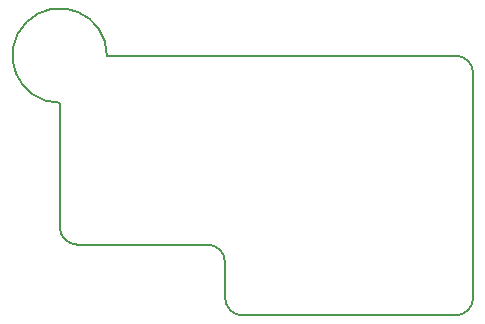
<source format=gbr>
G04 #@! TF.GenerationSoftware,KiCad,Pcbnew,(5.1.10-1-10_14)*
G04 #@! TF.CreationDate,2021-08-19T10:23:20-05:00*
G04 #@! TF.ProjectId,PCB-Keychains,5043422d-4b65-4796-9368-61696e732e6b,rev?*
G04 #@! TF.SameCoordinates,Original*
G04 #@! TF.FileFunction,Profile,NP*
%FSLAX46Y46*%
G04 Gerber Fmt 4.6, Leading zero omitted, Abs format (unit mm)*
G04 Created by KiCad (PCBNEW (5.1.10-1-10_14)) date 2021-08-19 10:23:20*
%MOMM*%
%LPD*%
G01*
G04 APERTURE LIST*
G04 #@! TA.AperFunction,Profile*
%ADD10C,0.150000*%
G04 #@! TD*
G04 APERTURE END LIST*
D10*
X120896471Y-98107432D02*
G75*
G02*
X124896472Y-94107432I1J4000000D01*
G01*
X134896472Y-111607432D02*
X134896472Y-114607432D01*
X133396472Y-110107432D02*
G75*
G02*
X134896472Y-111607432I0J-1500000D01*
G01*
X122396472Y-110107432D02*
X133396472Y-110107432D01*
X122396472Y-110107432D02*
G75*
G02*
X120896472Y-108607432I0J1500000D01*
G01*
X136396472Y-116107432D02*
G75*
G02*
X134896472Y-114607432I0J1500000D01*
G01*
X154396472Y-116107432D02*
X136396472Y-116107432D01*
X155896472Y-95607432D02*
X155896472Y-114607432D01*
X155896472Y-114607432D02*
G75*
G02*
X154396472Y-116107432I-1500000J0D01*
G01*
X154396472Y-94107432D02*
G75*
G02*
X155896472Y-95607432I0J-1500000D01*
G01*
X124896472Y-94107432D02*
X154396472Y-94107432D01*
X120896472Y-108607432D02*
X120896471Y-98107743D01*
M02*

</source>
